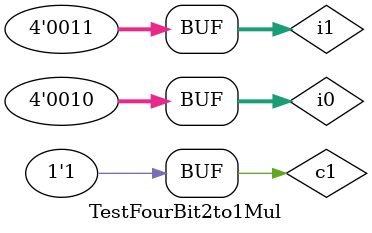
<source format=sv>
`timescale 1ns / 1ps


module TestFourBit2to1Mul();
logic[3:0] i0,i1;
logic c1;
logic[3:0] o;
FourBit2to1Mul dut(i0,i1,c1,o);
    
initial begin

 c1 = 0; i0 = 3'b0; i1 = 3'b01; #10;
 c1 = 1; i0 = 3'b0; i1 = 3'b01; #10;
 c1 = 0; i0 = 3'b10; i1 = 3'b11; #10;
 c1 = 1; i0 = 3'b10; i1 = 3'b11; #10;
 end 
endmodule

</source>
